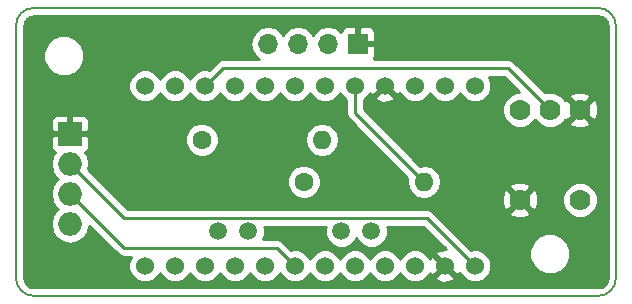
<source format=gbr>
%TF.GenerationSoftware,KiCad,Pcbnew,4.0.7*%
%TF.CreationDate,2018-07-03T14:37:38+02:00*%
%TF.ProjectId,pwmTOpwm,70776D544F70776D2E6B696361645F70,rev?*%
%TF.FileFunction,Copper,L2,Bot,Signal*%
%FSLAX46Y46*%
G04 Gerber Fmt 4.6, Leading zero omitted, Abs format (unit mm)*
G04 Created by KiCad (PCBNEW 4.0.7) date Tuesday, July 03, 2018 'PMt' 02:37:38 PM*
%MOMM*%
%LPD*%
G01*
G04 APERTURE LIST*
%ADD10C,0.100000*%
%ADD11C,0.150000*%
%ADD12C,1.524000*%
%ADD13C,1.500000*%
%ADD14C,1.600000*%
%ADD15O,1.600000X1.600000*%
%ADD16R,1.700000X1.700000*%
%ADD17O,1.700000X1.700000*%
%ADD18O,1.998980X1.998980*%
%ADD19R,1.998980X1.998980*%
%ADD20C,1.778000*%
%ADD21C,0.250000*%
%ADD22C,0.254000*%
G04 APERTURE END LIST*
D10*
D11*
X213360000Y-122428000D02*
X213360000Y-101092000D01*
X164084000Y-123952000D02*
X211836000Y-123952000D01*
X162560000Y-101092000D02*
X162560000Y-122428000D01*
X164084000Y-99568000D02*
X211836000Y-99568000D01*
X211836000Y-123952000D02*
G75*
G03X213360000Y-122428000I0J1524000D01*
G01*
X213360000Y-101092000D02*
G75*
G03X211836000Y-99568000I-1524000J0D01*
G01*
X164084000Y-99568000D02*
G75*
G03X162560000Y-101092000I0J-1524000D01*
G01*
X162560000Y-122428000D02*
G75*
G03X164084000Y-123952000I1524000J0D01*
G01*
D12*
X201422000Y-106172000D03*
X198882000Y-106172000D03*
X196342000Y-106172000D03*
X193802000Y-106172000D03*
X191262000Y-106172000D03*
X188722000Y-106172000D03*
X186182000Y-106172000D03*
X183642000Y-106172000D03*
X181102000Y-106172000D03*
X178562000Y-106172000D03*
X176022000Y-106172000D03*
X173482000Y-106172000D03*
X201422000Y-121412000D03*
X198882000Y-121412000D03*
X196342000Y-121412000D03*
X193802000Y-121412000D03*
X191262000Y-121412000D03*
X188722000Y-121412000D03*
X186182000Y-121412000D03*
X183642000Y-121412000D03*
X181102000Y-121412000D03*
X178562000Y-121412000D03*
X176022000Y-121412000D03*
X173482000Y-121412000D03*
D13*
X192659000Y-118491000D03*
X190119000Y-118491000D03*
X182245000Y-118491000D03*
X179705000Y-118491000D03*
D14*
X186944000Y-114300000D03*
D15*
X197104000Y-114300000D03*
D16*
X191516000Y-102616000D03*
D17*
X188976000Y-102616000D03*
X186436000Y-102616000D03*
X183896000Y-102616000D03*
D18*
X167132000Y-117856000D03*
D19*
X167132000Y-110236000D03*
D18*
X167132000Y-112776000D03*
X167132000Y-115316000D03*
D14*
X178308000Y-110744000D03*
D15*
X188468000Y-110744000D03*
D20*
X210312000Y-115824000D03*
X205232000Y-115824000D03*
X205232000Y-108204000D03*
X207772000Y-108204000D03*
X210312000Y-108204000D03*
D21*
X167132000Y-112776000D02*
X171704000Y-117348000D01*
X197358000Y-117348000D02*
X201422000Y-121412000D01*
X171704000Y-117348000D02*
X197358000Y-117348000D01*
X167132000Y-115316000D02*
X171704000Y-119888000D01*
X184658000Y-119888000D02*
X186182000Y-121412000D01*
X171704000Y-119888000D02*
X184658000Y-119888000D01*
X197104000Y-114300000D02*
X191262000Y-108458000D01*
X191262000Y-108458000D02*
X191262000Y-106172000D01*
X178562000Y-106172000D02*
X180086000Y-104648000D01*
X204216000Y-104648000D02*
X207772000Y-108204000D01*
X180086000Y-104648000D02*
X204216000Y-104648000D01*
D22*
G36*
X212142182Y-100352814D02*
X212401749Y-100526250D01*
X212575188Y-100785820D01*
X212650000Y-101161927D01*
X212650000Y-122358073D01*
X212575188Y-122734180D01*
X212401749Y-122993750D01*
X212142182Y-123167186D01*
X211766073Y-123242000D01*
X164153927Y-123242000D01*
X163777820Y-123167188D01*
X163518250Y-122993749D01*
X163344814Y-122734182D01*
X163270000Y-122358073D01*
X163270000Y-110521750D01*
X165497510Y-110521750D01*
X165497510Y-111361799D01*
X165594183Y-111595188D01*
X165772811Y-111773817D01*
X165835013Y-111799582D01*
X165621928Y-112118486D01*
X165497510Y-112743978D01*
X165497510Y-112808022D01*
X165621928Y-113433514D01*
X165976241Y-113963781D01*
X166099290Y-114046000D01*
X165976241Y-114128219D01*
X165621928Y-114658486D01*
X165497510Y-115283978D01*
X165497510Y-115348022D01*
X165621928Y-115973514D01*
X165976241Y-116503781D01*
X166099290Y-116586000D01*
X165976241Y-116668219D01*
X165621928Y-117198486D01*
X165497510Y-117823978D01*
X165497510Y-117888022D01*
X165621928Y-118513514D01*
X165976241Y-119043781D01*
X166506508Y-119398094D01*
X167132000Y-119522512D01*
X167757492Y-119398094D01*
X168287759Y-119043781D01*
X168642072Y-118513514D01*
X168743715Y-118002517D01*
X171166599Y-120425401D01*
X171413160Y-120590148D01*
X171461414Y-120599746D01*
X171704000Y-120648000D01*
X172286591Y-120648000D01*
X172085243Y-121132900D01*
X172084758Y-121688661D01*
X172296990Y-122202303D01*
X172689630Y-122595629D01*
X173202900Y-122808757D01*
X173758661Y-122809242D01*
X174272303Y-122597010D01*
X174665629Y-122204370D01*
X174751949Y-121996488D01*
X174836990Y-122202303D01*
X175229630Y-122595629D01*
X175742900Y-122808757D01*
X176298661Y-122809242D01*
X176812303Y-122597010D01*
X177205629Y-122204370D01*
X177291949Y-121996488D01*
X177376990Y-122202303D01*
X177769630Y-122595629D01*
X178282900Y-122808757D01*
X178838661Y-122809242D01*
X179352303Y-122597010D01*
X179745629Y-122204370D01*
X179831949Y-121996488D01*
X179916990Y-122202303D01*
X180309630Y-122595629D01*
X180822900Y-122808757D01*
X181378661Y-122809242D01*
X181892303Y-122597010D01*
X182285629Y-122204370D01*
X182371949Y-121996488D01*
X182456990Y-122202303D01*
X182849630Y-122595629D01*
X183362900Y-122808757D01*
X183918661Y-122809242D01*
X184432303Y-122597010D01*
X184825629Y-122204370D01*
X184911949Y-121996488D01*
X184996990Y-122202303D01*
X185389630Y-122595629D01*
X185902900Y-122808757D01*
X186458661Y-122809242D01*
X186972303Y-122597010D01*
X187365629Y-122204370D01*
X187451949Y-121996488D01*
X187536990Y-122202303D01*
X187929630Y-122595629D01*
X188442900Y-122808757D01*
X188998661Y-122809242D01*
X189512303Y-122597010D01*
X189905629Y-122204370D01*
X189991949Y-121996488D01*
X190076990Y-122202303D01*
X190469630Y-122595629D01*
X190982900Y-122808757D01*
X191538661Y-122809242D01*
X192052303Y-122597010D01*
X192445629Y-122204370D01*
X192531949Y-121996488D01*
X192616990Y-122202303D01*
X193009630Y-122595629D01*
X193522900Y-122808757D01*
X194078661Y-122809242D01*
X194592303Y-122597010D01*
X194985629Y-122204370D01*
X195071949Y-121996488D01*
X195156990Y-122202303D01*
X195549630Y-122595629D01*
X196062900Y-122808757D01*
X196618661Y-122809242D01*
X197132303Y-122597010D01*
X197337457Y-122392213D01*
X198081392Y-122392213D01*
X198150857Y-122634397D01*
X198674302Y-122821144D01*
X199229368Y-122793362D01*
X199613143Y-122634397D01*
X199682608Y-122392213D01*
X198882000Y-121591605D01*
X198081392Y-122392213D01*
X197337457Y-122392213D01*
X197525629Y-122204370D01*
X197605395Y-122012273D01*
X197659603Y-122143143D01*
X197901787Y-122212608D01*
X198702395Y-121412000D01*
X197901787Y-120611392D01*
X197659603Y-120680857D01*
X197609491Y-120821318D01*
X197527010Y-120621697D01*
X197134370Y-120228371D01*
X196621100Y-120015243D01*
X196065339Y-120014758D01*
X195551697Y-120226990D01*
X195158371Y-120619630D01*
X195072051Y-120827512D01*
X194987010Y-120621697D01*
X194594370Y-120228371D01*
X194081100Y-120015243D01*
X193525339Y-120014758D01*
X193011697Y-120226990D01*
X192618371Y-120619630D01*
X192532051Y-120827512D01*
X192447010Y-120621697D01*
X192054370Y-120228371D01*
X191541100Y-120015243D01*
X190985339Y-120014758D01*
X190471697Y-120226990D01*
X190078371Y-120619630D01*
X189992051Y-120827512D01*
X189907010Y-120621697D01*
X189514370Y-120228371D01*
X189001100Y-120015243D01*
X188445339Y-120014758D01*
X187931697Y-120226990D01*
X187538371Y-120619630D01*
X187452051Y-120827512D01*
X187367010Y-120621697D01*
X186974370Y-120228371D01*
X186461100Y-120015243D01*
X185905339Y-120014758D01*
X185872945Y-120028143D01*
X185195401Y-119350599D01*
X184948839Y-119185852D01*
X184658000Y-119128000D01*
X183480150Y-119128000D01*
X183629759Y-118767702D01*
X183630240Y-118216715D01*
X183585320Y-118108000D01*
X188778380Y-118108000D01*
X188734241Y-118214298D01*
X188733760Y-118765285D01*
X188944169Y-119274515D01*
X189333436Y-119664461D01*
X189842298Y-119875759D01*
X190393285Y-119876240D01*
X190902515Y-119665831D01*
X191292461Y-119276564D01*
X191388976Y-119044130D01*
X191484169Y-119274515D01*
X191873436Y-119664461D01*
X192382298Y-119875759D01*
X192933285Y-119876240D01*
X193442515Y-119665831D01*
X193832461Y-119276564D01*
X194043759Y-118767702D01*
X194044240Y-118216715D01*
X193999320Y-118108000D01*
X197043198Y-118108000D01*
X198945282Y-120010084D01*
X198534632Y-120030638D01*
X198150857Y-120189603D01*
X198081392Y-120431787D01*
X198882000Y-121232395D01*
X198896143Y-121218253D01*
X199075748Y-121397858D01*
X199061605Y-121412000D01*
X199862213Y-122212608D01*
X200104397Y-122143143D01*
X200154509Y-122002682D01*
X200236990Y-122202303D01*
X200629630Y-122595629D01*
X201142900Y-122808757D01*
X201698661Y-122809242D01*
X202212303Y-122597010D01*
X202605629Y-122204370D01*
X202818757Y-121691100D01*
X202819242Y-121135339D01*
X202655726Y-120739599D01*
X206036699Y-120739599D01*
X206300281Y-121377515D01*
X206787918Y-121866004D01*
X207425373Y-122130699D01*
X208115599Y-122131301D01*
X208753515Y-121867719D01*
X209242004Y-121380082D01*
X209506699Y-120742627D01*
X209507301Y-120052401D01*
X209243719Y-119414485D01*
X208756082Y-118925996D01*
X208118627Y-118661301D01*
X207428401Y-118660699D01*
X206790485Y-118924281D01*
X206301996Y-119411918D01*
X206037301Y-120049373D01*
X206036699Y-120739599D01*
X202655726Y-120739599D01*
X202607010Y-120621697D01*
X202214370Y-120228371D01*
X201701100Y-120015243D01*
X201145339Y-120014758D01*
X201112945Y-120028143D01*
X197980998Y-116896196D01*
X204339409Y-116896196D01*
X204424467Y-117151539D01*
X204993965Y-117359516D01*
X205599700Y-117333723D01*
X206039533Y-117151539D01*
X206124591Y-116896196D01*
X205232000Y-116003605D01*
X204339409Y-116896196D01*
X197980998Y-116896196D01*
X197895401Y-116810599D01*
X197648839Y-116645852D01*
X197358000Y-116588000D01*
X172018802Y-116588000D01*
X170014989Y-114584187D01*
X185508752Y-114584187D01*
X185726757Y-115111800D01*
X186130077Y-115515824D01*
X186657309Y-115734750D01*
X187228187Y-115735248D01*
X187755800Y-115517243D01*
X188159824Y-115113923D01*
X188378750Y-114586691D01*
X188379248Y-114015813D01*
X188161243Y-113488200D01*
X187757923Y-113084176D01*
X187230691Y-112865250D01*
X186659813Y-112864752D01*
X186132200Y-113082757D01*
X185728176Y-113486077D01*
X185509250Y-114013309D01*
X185508752Y-114584187D01*
X170014989Y-114584187D01*
X168678945Y-113248143D01*
X168766490Y-112808022D01*
X168766490Y-112743978D01*
X168642072Y-112118486D01*
X168428987Y-111799582D01*
X168491189Y-111773817D01*
X168669817Y-111595188D01*
X168766490Y-111361799D01*
X168766490Y-111028187D01*
X176872752Y-111028187D01*
X177090757Y-111555800D01*
X177494077Y-111959824D01*
X178021309Y-112178750D01*
X178592187Y-112179248D01*
X179119800Y-111961243D01*
X179523824Y-111557923D01*
X179742750Y-111030691D01*
X179743000Y-110744000D01*
X187004887Y-110744000D01*
X187114120Y-111293151D01*
X187425189Y-111758698D01*
X187890736Y-112069767D01*
X188439887Y-112179000D01*
X188496113Y-112179000D01*
X189045264Y-112069767D01*
X189510811Y-111758698D01*
X189821880Y-111293151D01*
X189931113Y-110744000D01*
X189821880Y-110194849D01*
X189510811Y-109729302D01*
X189045264Y-109418233D01*
X188496113Y-109309000D01*
X188439887Y-109309000D01*
X187890736Y-109418233D01*
X187425189Y-109729302D01*
X187114120Y-110194849D01*
X187004887Y-110744000D01*
X179743000Y-110744000D01*
X179743248Y-110459813D01*
X179525243Y-109932200D01*
X179121923Y-109528176D01*
X178594691Y-109309250D01*
X178023813Y-109308752D01*
X177496200Y-109526757D01*
X177092176Y-109930077D01*
X176873250Y-110457309D01*
X176872752Y-111028187D01*
X168766490Y-111028187D01*
X168766490Y-110521750D01*
X168607740Y-110363000D01*
X167259000Y-110363000D01*
X167259000Y-110383000D01*
X167005000Y-110383000D01*
X167005000Y-110363000D01*
X165656260Y-110363000D01*
X165497510Y-110521750D01*
X163270000Y-110521750D01*
X163270000Y-109110201D01*
X165497510Y-109110201D01*
X165497510Y-109950250D01*
X165656260Y-110109000D01*
X167005000Y-110109000D01*
X167005000Y-108760260D01*
X167259000Y-108760260D01*
X167259000Y-110109000D01*
X168607740Y-110109000D01*
X168766490Y-109950250D01*
X168766490Y-109110201D01*
X168669817Y-108876812D01*
X168491189Y-108698183D01*
X168257800Y-108601510D01*
X167417750Y-108601510D01*
X167259000Y-108760260D01*
X167005000Y-108760260D01*
X166846250Y-108601510D01*
X166006200Y-108601510D01*
X165772811Y-108698183D01*
X165594183Y-108876812D01*
X165497510Y-109110201D01*
X163270000Y-109110201D01*
X163270000Y-106448661D01*
X172084758Y-106448661D01*
X172296990Y-106962303D01*
X172689630Y-107355629D01*
X173202900Y-107568757D01*
X173758661Y-107569242D01*
X174272303Y-107357010D01*
X174665629Y-106964370D01*
X174751949Y-106756488D01*
X174836990Y-106962303D01*
X175229630Y-107355629D01*
X175742900Y-107568757D01*
X176298661Y-107569242D01*
X176812303Y-107357010D01*
X177205629Y-106964370D01*
X177291949Y-106756488D01*
X177376990Y-106962303D01*
X177769630Y-107355629D01*
X178282900Y-107568757D01*
X178838661Y-107569242D01*
X179352303Y-107357010D01*
X179745629Y-106964370D01*
X179831949Y-106756488D01*
X179916990Y-106962303D01*
X180309630Y-107355629D01*
X180822900Y-107568757D01*
X181378661Y-107569242D01*
X181892303Y-107357010D01*
X182285629Y-106964370D01*
X182371949Y-106756488D01*
X182456990Y-106962303D01*
X182849630Y-107355629D01*
X183362900Y-107568757D01*
X183918661Y-107569242D01*
X184432303Y-107357010D01*
X184825629Y-106964370D01*
X184911949Y-106756488D01*
X184996990Y-106962303D01*
X185389630Y-107355629D01*
X185902900Y-107568757D01*
X186458661Y-107569242D01*
X186972303Y-107357010D01*
X187365629Y-106964370D01*
X187451949Y-106756488D01*
X187536990Y-106962303D01*
X187929630Y-107355629D01*
X188442900Y-107568757D01*
X188998661Y-107569242D01*
X189512303Y-107357010D01*
X189905629Y-106964370D01*
X189991949Y-106756488D01*
X190076990Y-106962303D01*
X190469630Y-107355629D01*
X190502000Y-107369070D01*
X190502000Y-108458000D01*
X190559852Y-108748839D01*
X190724599Y-108995401D01*
X195705312Y-113976114D01*
X195640887Y-114300000D01*
X195750120Y-114849151D01*
X196061189Y-115314698D01*
X196526736Y-115625767D01*
X197075887Y-115735000D01*
X197132113Y-115735000D01*
X197681264Y-115625767D01*
X197740831Y-115585965D01*
X203696484Y-115585965D01*
X203722277Y-116191700D01*
X203904461Y-116631533D01*
X204159804Y-116716591D01*
X205052395Y-115824000D01*
X205411605Y-115824000D01*
X206304196Y-116716591D01*
X206559539Y-116631533D01*
X206744225Y-116125812D01*
X208787736Y-116125812D01*
X209019262Y-116686149D01*
X209447596Y-117115231D01*
X210007528Y-117347735D01*
X210613812Y-117348264D01*
X211174149Y-117116738D01*
X211603231Y-116688404D01*
X211835735Y-116128472D01*
X211836264Y-115522188D01*
X211604738Y-114961851D01*
X211176404Y-114532769D01*
X210616472Y-114300265D01*
X210010188Y-114299736D01*
X209449851Y-114531262D01*
X209020769Y-114959596D01*
X208788265Y-115519528D01*
X208787736Y-116125812D01*
X206744225Y-116125812D01*
X206767516Y-116062035D01*
X206741723Y-115456300D01*
X206559539Y-115016467D01*
X206304196Y-114931409D01*
X205411605Y-115824000D01*
X205052395Y-115824000D01*
X204159804Y-114931409D01*
X203904461Y-115016467D01*
X203696484Y-115585965D01*
X197740831Y-115585965D01*
X198146811Y-115314698D01*
X198457880Y-114849151D01*
X198477243Y-114751804D01*
X204339409Y-114751804D01*
X205232000Y-115644395D01*
X206124591Y-114751804D01*
X206039533Y-114496461D01*
X205470035Y-114288484D01*
X204864300Y-114314277D01*
X204424467Y-114496461D01*
X204339409Y-114751804D01*
X198477243Y-114751804D01*
X198567113Y-114300000D01*
X198457880Y-113750849D01*
X198146811Y-113285302D01*
X197681264Y-112974233D01*
X197132113Y-112865000D01*
X197075887Y-112865000D01*
X196798898Y-112920096D01*
X192022000Y-108143198D01*
X192022000Y-107369531D01*
X192052303Y-107357010D01*
X192257457Y-107152213D01*
X193001392Y-107152213D01*
X193070857Y-107394397D01*
X193594302Y-107581144D01*
X194149368Y-107553362D01*
X194533143Y-107394397D01*
X194602608Y-107152213D01*
X193802000Y-106351605D01*
X193001392Y-107152213D01*
X192257457Y-107152213D01*
X192445629Y-106964370D01*
X192525395Y-106772273D01*
X192579603Y-106903143D01*
X192821787Y-106972608D01*
X193622395Y-106172000D01*
X193608253Y-106157858D01*
X193787858Y-105978253D01*
X193802000Y-105992395D01*
X193816143Y-105978253D01*
X193995748Y-106157858D01*
X193981605Y-106172000D01*
X194782213Y-106972608D01*
X195024397Y-106903143D01*
X195074509Y-106762682D01*
X195156990Y-106962303D01*
X195549630Y-107355629D01*
X196062900Y-107568757D01*
X196618661Y-107569242D01*
X197132303Y-107357010D01*
X197525629Y-106964370D01*
X197611949Y-106756488D01*
X197696990Y-106962303D01*
X198089630Y-107355629D01*
X198602900Y-107568757D01*
X199158661Y-107569242D01*
X199672303Y-107357010D01*
X200065629Y-106964370D01*
X200151949Y-106756488D01*
X200236990Y-106962303D01*
X200629630Y-107355629D01*
X201142900Y-107568757D01*
X201698661Y-107569242D01*
X202212303Y-107357010D01*
X202605629Y-106964370D01*
X202818757Y-106451100D01*
X202819242Y-105895339D01*
X202617878Y-105408000D01*
X203901198Y-105408000D01*
X205173146Y-106679948D01*
X204930188Y-106679736D01*
X204369851Y-106911262D01*
X203940769Y-107339596D01*
X203708265Y-107899528D01*
X203707736Y-108505812D01*
X203939262Y-109066149D01*
X204367596Y-109495231D01*
X204927528Y-109727735D01*
X205533812Y-109728264D01*
X206094149Y-109496738D01*
X206502336Y-109089263D01*
X206907596Y-109495231D01*
X207467528Y-109727735D01*
X208073812Y-109728264D01*
X208634149Y-109496738D01*
X208855076Y-109276196D01*
X209419409Y-109276196D01*
X209504467Y-109531539D01*
X210073965Y-109739516D01*
X210679700Y-109713723D01*
X211119533Y-109531539D01*
X211204591Y-109276196D01*
X210312000Y-108383605D01*
X209419409Y-109276196D01*
X208855076Y-109276196D01*
X209063231Y-109068404D01*
X209074405Y-109041494D01*
X209239804Y-109096591D01*
X210132395Y-108204000D01*
X210491605Y-108204000D01*
X211384196Y-109096591D01*
X211639539Y-109011533D01*
X211847516Y-108442035D01*
X211821723Y-107836300D01*
X211639539Y-107396467D01*
X211384196Y-107311409D01*
X210491605Y-108204000D01*
X210132395Y-108204000D01*
X209239804Y-107311409D01*
X209074862Y-107366353D01*
X209064738Y-107341851D01*
X208855058Y-107131804D01*
X209419409Y-107131804D01*
X210312000Y-108024395D01*
X211204591Y-107131804D01*
X211119533Y-106876461D01*
X210550035Y-106668484D01*
X209944300Y-106694277D01*
X209504467Y-106876461D01*
X209419409Y-107131804D01*
X208855058Y-107131804D01*
X208636404Y-106912769D01*
X208076472Y-106680265D01*
X207470188Y-106679736D01*
X207365708Y-106722906D01*
X204753401Y-104110599D01*
X204506839Y-103945852D01*
X204216000Y-103888000D01*
X192842025Y-103888000D01*
X192904327Y-103825698D01*
X193001000Y-103592309D01*
X193001000Y-102901750D01*
X192842250Y-102743000D01*
X191643000Y-102743000D01*
X191643000Y-102763000D01*
X191389000Y-102763000D01*
X191389000Y-102743000D01*
X191369000Y-102743000D01*
X191369000Y-102489000D01*
X191389000Y-102489000D01*
X191389000Y-101289750D01*
X191643000Y-101289750D01*
X191643000Y-102489000D01*
X192842250Y-102489000D01*
X193001000Y-102330250D01*
X193001000Y-101639691D01*
X192904327Y-101406302D01*
X192725699Y-101227673D01*
X192492310Y-101131000D01*
X191801750Y-101131000D01*
X191643000Y-101289750D01*
X191389000Y-101289750D01*
X191230250Y-101131000D01*
X190539690Y-101131000D01*
X190306301Y-101227673D01*
X190127673Y-101406302D01*
X190055403Y-101580777D01*
X190026054Y-101536853D01*
X189544285Y-101214946D01*
X188976000Y-101101907D01*
X188407715Y-101214946D01*
X187925946Y-101536853D01*
X187706000Y-101866026D01*
X187486054Y-101536853D01*
X187004285Y-101214946D01*
X186436000Y-101101907D01*
X185867715Y-101214946D01*
X185385946Y-101536853D01*
X185166000Y-101866026D01*
X184946054Y-101536853D01*
X184464285Y-101214946D01*
X183896000Y-101101907D01*
X183327715Y-101214946D01*
X182845946Y-101536853D01*
X182524039Y-102018622D01*
X182411000Y-102586907D01*
X182411000Y-102645093D01*
X182524039Y-103213378D01*
X182845946Y-103695147D01*
X183134572Y-103888000D01*
X180086000Y-103888000D01*
X179843414Y-103936254D01*
X179795160Y-103945852D01*
X179548599Y-104110599D01*
X178871381Y-104787817D01*
X178841100Y-104775243D01*
X178285339Y-104774758D01*
X177771697Y-104986990D01*
X177378371Y-105379630D01*
X177292051Y-105587512D01*
X177207010Y-105381697D01*
X176814370Y-104988371D01*
X176301100Y-104775243D01*
X175745339Y-104774758D01*
X175231697Y-104986990D01*
X174838371Y-105379630D01*
X174752051Y-105587512D01*
X174667010Y-105381697D01*
X174274370Y-104988371D01*
X173761100Y-104775243D01*
X173205339Y-104774758D01*
X172691697Y-104986990D01*
X172298371Y-105379630D01*
X172085243Y-105892900D01*
X172084758Y-106448661D01*
X163270000Y-106448661D01*
X163270000Y-103975599D01*
X164888699Y-103975599D01*
X165152281Y-104613515D01*
X165639918Y-105102004D01*
X166277373Y-105366699D01*
X166967599Y-105367301D01*
X167605515Y-105103719D01*
X168094004Y-104616082D01*
X168358699Y-103978627D01*
X168359301Y-103288401D01*
X168095719Y-102650485D01*
X167608082Y-102161996D01*
X166970627Y-101897301D01*
X166280401Y-101896699D01*
X165642485Y-102160281D01*
X165153996Y-102647918D01*
X164889301Y-103285373D01*
X164888699Y-103975599D01*
X163270000Y-103975599D01*
X163270000Y-101161927D01*
X163344814Y-100785818D01*
X163518250Y-100526251D01*
X163777820Y-100352812D01*
X164153927Y-100278000D01*
X211766073Y-100278000D01*
X212142182Y-100352814D01*
X212142182Y-100352814D01*
G37*
X212142182Y-100352814D02*
X212401749Y-100526250D01*
X212575188Y-100785820D01*
X212650000Y-101161927D01*
X212650000Y-122358073D01*
X212575188Y-122734180D01*
X212401749Y-122993750D01*
X212142182Y-123167186D01*
X211766073Y-123242000D01*
X164153927Y-123242000D01*
X163777820Y-123167188D01*
X163518250Y-122993749D01*
X163344814Y-122734182D01*
X163270000Y-122358073D01*
X163270000Y-110521750D01*
X165497510Y-110521750D01*
X165497510Y-111361799D01*
X165594183Y-111595188D01*
X165772811Y-111773817D01*
X165835013Y-111799582D01*
X165621928Y-112118486D01*
X165497510Y-112743978D01*
X165497510Y-112808022D01*
X165621928Y-113433514D01*
X165976241Y-113963781D01*
X166099290Y-114046000D01*
X165976241Y-114128219D01*
X165621928Y-114658486D01*
X165497510Y-115283978D01*
X165497510Y-115348022D01*
X165621928Y-115973514D01*
X165976241Y-116503781D01*
X166099290Y-116586000D01*
X165976241Y-116668219D01*
X165621928Y-117198486D01*
X165497510Y-117823978D01*
X165497510Y-117888022D01*
X165621928Y-118513514D01*
X165976241Y-119043781D01*
X166506508Y-119398094D01*
X167132000Y-119522512D01*
X167757492Y-119398094D01*
X168287759Y-119043781D01*
X168642072Y-118513514D01*
X168743715Y-118002517D01*
X171166599Y-120425401D01*
X171413160Y-120590148D01*
X171461414Y-120599746D01*
X171704000Y-120648000D01*
X172286591Y-120648000D01*
X172085243Y-121132900D01*
X172084758Y-121688661D01*
X172296990Y-122202303D01*
X172689630Y-122595629D01*
X173202900Y-122808757D01*
X173758661Y-122809242D01*
X174272303Y-122597010D01*
X174665629Y-122204370D01*
X174751949Y-121996488D01*
X174836990Y-122202303D01*
X175229630Y-122595629D01*
X175742900Y-122808757D01*
X176298661Y-122809242D01*
X176812303Y-122597010D01*
X177205629Y-122204370D01*
X177291949Y-121996488D01*
X177376990Y-122202303D01*
X177769630Y-122595629D01*
X178282900Y-122808757D01*
X178838661Y-122809242D01*
X179352303Y-122597010D01*
X179745629Y-122204370D01*
X179831949Y-121996488D01*
X179916990Y-122202303D01*
X180309630Y-122595629D01*
X180822900Y-122808757D01*
X181378661Y-122809242D01*
X181892303Y-122597010D01*
X182285629Y-122204370D01*
X182371949Y-121996488D01*
X182456990Y-122202303D01*
X182849630Y-122595629D01*
X183362900Y-122808757D01*
X183918661Y-122809242D01*
X184432303Y-122597010D01*
X184825629Y-122204370D01*
X184911949Y-121996488D01*
X184996990Y-122202303D01*
X185389630Y-122595629D01*
X185902900Y-122808757D01*
X186458661Y-122809242D01*
X186972303Y-122597010D01*
X187365629Y-122204370D01*
X187451949Y-121996488D01*
X187536990Y-122202303D01*
X187929630Y-122595629D01*
X188442900Y-122808757D01*
X188998661Y-122809242D01*
X189512303Y-122597010D01*
X189905629Y-122204370D01*
X189991949Y-121996488D01*
X190076990Y-122202303D01*
X190469630Y-122595629D01*
X190982900Y-122808757D01*
X191538661Y-122809242D01*
X192052303Y-122597010D01*
X192445629Y-122204370D01*
X192531949Y-121996488D01*
X192616990Y-122202303D01*
X193009630Y-122595629D01*
X193522900Y-122808757D01*
X194078661Y-122809242D01*
X194592303Y-122597010D01*
X194985629Y-122204370D01*
X195071949Y-121996488D01*
X195156990Y-122202303D01*
X195549630Y-122595629D01*
X196062900Y-122808757D01*
X196618661Y-122809242D01*
X197132303Y-122597010D01*
X197337457Y-122392213D01*
X198081392Y-122392213D01*
X198150857Y-122634397D01*
X198674302Y-122821144D01*
X199229368Y-122793362D01*
X199613143Y-122634397D01*
X199682608Y-122392213D01*
X198882000Y-121591605D01*
X198081392Y-122392213D01*
X197337457Y-122392213D01*
X197525629Y-122204370D01*
X197605395Y-122012273D01*
X197659603Y-122143143D01*
X197901787Y-122212608D01*
X198702395Y-121412000D01*
X197901787Y-120611392D01*
X197659603Y-120680857D01*
X197609491Y-120821318D01*
X197527010Y-120621697D01*
X197134370Y-120228371D01*
X196621100Y-120015243D01*
X196065339Y-120014758D01*
X195551697Y-120226990D01*
X195158371Y-120619630D01*
X195072051Y-120827512D01*
X194987010Y-120621697D01*
X194594370Y-120228371D01*
X194081100Y-120015243D01*
X193525339Y-120014758D01*
X193011697Y-120226990D01*
X192618371Y-120619630D01*
X192532051Y-120827512D01*
X192447010Y-120621697D01*
X192054370Y-120228371D01*
X191541100Y-120015243D01*
X190985339Y-120014758D01*
X190471697Y-120226990D01*
X190078371Y-120619630D01*
X189992051Y-120827512D01*
X189907010Y-120621697D01*
X189514370Y-120228371D01*
X189001100Y-120015243D01*
X188445339Y-120014758D01*
X187931697Y-120226990D01*
X187538371Y-120619630D01*
X187452051Y-120827512D01*
X187367010Y-120621697D01*
X186974370Y-120228371D01*
X186461100Y-120015243D01*
X185905339Y-120014758D01*
X185872945Y-120028143D01*
X185195401Y-119350599D01*
X184948839Y-119185852D01*
X184658000Y-119128000D01*
X183480150Y-119128000D01*
X183629759Y-118767702D01*
X183630240Y-118216715D01*
X183585320Y-118108000D01*
X188778380Y-118108000D01*
X188734241Y-118214298D01*
X188733760Y-118765285D01*
X188944169Y-119274515D01*
X189333436Y-119664461D01*
X189842298Y-119875759D01*
X190393285Y-119876240D01*
X190902515Y-119665831D01*
X191292461Y-119276564D01*
X191388976Y-119044130D01*
X191484169Y-119274515D01*
X191873436Y-119664461D01*
X192382298Y-119875759D01*
X192933285Y-119876240D01*
X193442515Y-119665831D01*
X193832461Y-119276564D01*
X194043759Y-118767702D01*
X194044240Y-118216715D01*
X193999320Y-118108000D01*
X197043198Y-118108000D01*
X198945282Y-120010084D01*
X198534632Y-120030638D01*
X198150857Y-120189603D01*
X198081392Y-120431787D01*
X198882000Y-121232395D01*
X198896143Y-121218253D01*
X199075748Y-121397858D01*
X199061605Y-121412000D01*
X199862213Y-122212608D01*
X200104397Y-122143143D01*
X200154509Y-122002682D01*
X200236990Y-122202303D01*
X200629630Y-122595629D01*
X201142900Y-122808757D01*
X201698661Y-122809242D01*
X202212303Y-122597010D01*
X202605629Y-122204370D01*
X202818757Y-121691100D01*
X202819242Y-121135339D01*
X202655726Y-120739599D01*
X206036699Y-120739599D01*
X206300281Y-121377515D01*
X206787918Y-121866004D01*
X207425373Y-122130699D01*
X208115599Y-122131301D01*
X208753515Y-121867719D01*
X209242004Y-121380082D01*
X209506699Y-120742627D01*
X209507301Y-120052401D01*
X209243719Y-119414485D01*
X208756082Y-118925996D01*
X208118627Y-118661301D01*
X207428401Y-118660699D01*
X206790485Y-118924281D01*
X206301996Y-119411918D01*
X206037301Y-120049373D01*
X206036699Y-120739599D01*
X202655726Y-120739599D01*
X202607010Y-120621697D01*
X202214370Y-120228371D01*
X201701100Y-120015243D01*
X201145339Y-120014758D01*
X201112945Y-120028143D01*
X197980998Y-116896196D01*
X204339409Y-116896196D01*
X204424467Y-117151539D01*
X204993965Y-117359516D01*
X205599700Y-117333723D01*
X206039533Y-117151539D01*
X206124591Y-116896196D01*
X205232000Y-116003605D01*
X204339409Y-116896196D01*
X197980998Y-116896196D01*
X197895401Y-116810599D01*
X197648839Y-116645852D01*
X197358000Y-116588000D01*
X172018802Y-116588000D01*
X170014989Y-114584187D01*
X185508752Y-114584187D01*
X185726757Y-115111800D01*
X186130077Y-115515824D01*
X186657309Y-115734750D01*
X187228187Y-115735248D01*
X187755800Y-115517243D01*
X188159824Y-115113923D01*
X188378750Y-114586691D01*
X188379248Y-114015813D01*
X188161243Y-113488200D01*
X187757923Y-113084176D01*
X187230691Y-112865250D01*
X186659813Y-112864752D01*
X186132200Y-113082757D01*
X185728176Y-113486077D01*
X185509250Y-114013309D01*
X185508752Y-114584187D01*
X170014989Y-114584187D01*
X168678945Y-113248143D01*
X168766490Y-112808022D01*
X168766490Y-112743978D01*
X168642072Y-112118486D01*
X168428987Y-111799582D01*
X168491189Y-111773817D01*
X168669817Y-111595188D01*
X168766490Y-111361799D01*
X168766490Y-111028187D01*
X176872752Y-111028187D01*
X177090757Y-111555800D01*
X177494077Y-111959824D01*
X178021309Y-112178750D01*
X178592187Y-112179248D01*
X179119800Y-111961243D01*
X179523824Y-111557923D01*
X179742750Y-111030691D01*
X179743000Y-110744000D01*
X187004887Y-110744000D01*
X187114120Y-111293151D01*
X187425189Y-111758698D01*
X187890736Y-112069767D01*
X188439887Y-112179000D01*
X188496113Y-112179000D01*
X189045264Y-112069767D01*
X189510811Y-111758698D01*
X189821880Y-111293151D01*
X189931113Y-110744000D01*
X189821880Y-110194849D01*
X189510811Y-109729302D01*
X189045264Y-109418233D01*
X188496113Y-109309000D01*
X188439887Y-109309000D01*
X187890736Y-109418233D01*
X187425189Y-109729302D01*
X187114120Y-110194849D01*
X187004887Y-110744000D01*
X179743000Y-110744000D01*
X179743248Y-110459813D01*
X179525243Y-109932200D01*
X179121923Y-109528176D01*
X178594691Y-109309250D01*
X178023813Y-109308752D01*
X177496200Y-109526757D01*
X177092176Y-109930077D01*
X176873250Y-110457309D01*
X176872752Y-111028187D01*
X168766490Y-111028187D01*
X168766490Y-110521750D01*
X168607740Y-110363000D01*
X167259000Y-110363000D01*
X167259000Y-110383000D01*
X167005000Y-110383000D01*
X167005000Y-110363000D01*
X165656260Y-110363000D01*
X165497510Y-110521750D01*
X163270000Y-110521750D01*
X163270000Y-109110201D01*
X165497510Y-109110201D01*
X165497510Y-109950250D01*
X165656260Y-110109000D01*
X167005000Y-110109000D01*
X167005000Y-108760260D01*
X167259000Y-108760260D01*
X167259000Y-110109000D01*
X168607740Y-110109000D01*
X168766490Y-109950250D01*
X168766490Y-109110201D01*
X168669817Y-108876812D01*
X168491189Y-108698183D01*
X168257800Y-108601510D01*
X167417750Y-108601510D01*
X167259000Y-108760260D01*
X167005000Y-108760260D01*
X166846250Y-108601510D01*
X166006200Y-108601510D01*
X165772811Y-108698183D01*
X165594183Y-108876812D01*
X165497510Y-109110201D01*
X163270000Y-109110201D01*
X163270000Y-106448661D01*
X172084758Y-106448661D01*
X172296990Y-106962303D01*
X172689630Y-107355629D01*
X173202900Y-107568757D01*
X173758661Y-107569242D01*
X174272303Y-107357010D01*
X174665629Y-106964370D01*
X174751949Y-106756488D01*
X174836990Y-106962303D01*
X175229630Y-107355629D01*
X175742900Y-107568757D01*
X176298661Y-107569242D01*
X176812303Y-107357010D01*
X177205629Y-106964370D01*
X177291949Y-106756488D01*
X177376990Y-106962303D01*
X177769630Y-107355629D01*
X178282900Y-107568757D01*
X178838661Y-107569242D01*
X179352303Y-107357010D01*
X179745629Y-106964370D01*
X179831949Y-106756488D01*
X179916990Y-106962303D01*
X180309630Y-107355629D01*
X180822900Y-107568757D01*
X181378661Y-107569242D01*
X181892303Y-107357010D01*
X182285629Y-106964370D01*
X182371949Y-106756488D01*
X182456990Y-106962303D01*
X182849630Y-107355629D01*
X183362900Y-107568757D01*
X183918661Y-107569242D01*
X184432303Y-107357010D01*
X184825629Y-106964370D01*
X184911949Y-106756488D01*
X184996990Y-106962303D01*
X185389630Y-107355629D01*
X185902900Y-107568757D01*
X186458661Y-107569242D01*
X186972303Y-107357010D01*
X187365629Y-106964370D01*
X187451949Y-106756488D01*
X187536990Y-106962303D01*
X187929630Y-107355629D01*
X188442900Y-107568757D01*
X188998661Y-107569242D01*
X189512303Y-107357010D01*
X189905629Y-106964370D01*
X189991949Y-106756488D01*
X190076990Y-106962303D01*
X190469630Y-107355629D01*
X190502000Y-107369070D01*
X190502000Y-108458000D01*
X190559852Y-108748839D01*
X190724599Y-108995401D01*
X195705312Y-113976114D01*
X195640887Y-114300000D01*
X195750120Y-114849151D01*
X196061189Y-115314698D01*
X196526736Y-115625767D01*
X197075887Y-115735000D01*
X197132113Y-115735000D01*
X197681264Y-115625767D01*
X197740831Y-115585965D01*
X203696484Y-115585965D01*
X203722277Y-116191700D01*
X203904461Y-116631533D01*
X204159804Y-116716591D01*
X205052395Y-115824000D01*
X205411605Y-115824000D01*
X206304196Y-116716591D01*
X206559539Y-116631533D01*
X206744225Y-116125812D01*
X208787736Y-116125812D01*
X209019262Y-116686149D01*
X209447596Y-117115231D01*
X210007528Y-117347735D01*
X210613812Y-117348264D01*
X211174149Y-117116738D01*
X211603231Y-116688404D01*
X211835735Y-116128472D01*
X211836264Y-115522188D01*
X211604738Y-114961851D01*
X211176404Y-114532769D01*
X210616472Y-114300265D01*
X210010188Y-114299736D01*
X209449851Y-114531262D01*
X209020769Y-114959596D01*
X208788265Y-115519528D01*
X208787736Y-116125812D01*
X206744225Y-116125812D01*
X206767516Y-116062035D01*
X206741723Y-115456300D01*
X206559539Y-115016467D01*
X206304196Y-114931409D01*
X205411605Y-115824000D01*
X205052395Y-115824000D01*
X204159804Y-114931409D01*
X203904461Y-115016467D01*
X203696484Y-115585965D01*
X197740831Y-115585965D01*
X198146811Y-115314698D01*
X198457880Y-114849151D01*
X198477243Y-114751804D01*
X204339409Y-114751804D01*
X205232000Y-115644395D01*
X206124591Y-114751804D01*
X206039533Y-114496461D01*
X205470035Y-114288484D01*
X204864300Y-114314277D01*
X204424467Y-114496461D01*
X204339409Y-114751804D01*
X198477243Y-114751804D01*
X198567113Y-114300000D01*
X198457880Y-113750849D01*
X198146811Y-113285302D01*
X197681264Y-112974233D01*
X197132113Y-112865000D01*
X197075887Y-112865000D01*
X196798898Y-112920096D01*
X192022000Y-108143198D01*
X192022000Y-107369531D01*
X192052303Y-107357010D01*
X192257457Y-107152213D01*
X193001392Y-107152213D01*
X193070857Y-107394397D01*
X193594302Y-107581144D01*
X194149368Y-107553362D01*
X194533143Y-107394397D01*
X194602608Y-107152213D01*
X193802000Y-106351605D01*
X193001392Y-107152213D01*
X192257457Y-107152213D01*
X192445629Y-106964370D01*
X192525395Y-106772273D01*
X192579603Y-106903143D01*
X192821787Y-106972608D01*
X193622395Y-106172000D01*
X193608253Y-106157858D01*
X193787858Y-105978253D01*
X193802000Y-105992395D01*
X193816143Y-105978253D01*
X193995748Y-106157858D01*
X193981605Y-106172000D01*
X194782213Y-106972608D01*
X195024397Y-106903143D01*
X195074509Y-106762682D01*
X195156990Y-106962303D01*
X195549630Y-107355629D01*
X196062900Y-107568757D01*
X196618661Y-107569242D01*
X197132303Y-107357010D01*
X197525629Y-106964370D01*
X197611949Y-106756488D01*
X197696990Y-106962303D01*
X198089630Y-107355629D01*
X198602900Y-107568757D01*
X199158661Y-107569242D01*
X199672303Y-107357010D01*
X200065629Y-106964370D01*
X200151949Y-106756488D01*
X200236990Y-106962303D01*
X200629630Y-107355629D01*
X201142900Y-107568757D01*
X201698661Y-107569242D01*
X202212303Y-107357010D01*
X202605629Y-106964370D01*
X202818757Y-106451100D01*
X202819242Y-105895339D01*
X202617878Y-105408000D01*
X203901198Y-105408000D01*
X205173146Y-106679948D01*
X204930188Y-106679736D01*
X204369851Y-106911262D01*
X203940769Y-107339596D01*
X203708265Y-107899528D01*
X203707736Y-108505812D01*
X203939262Y-109066149D01*
X204367596Y-109495231D01*
X204927528Y-109727735D01*
X205533812Y-109728264D01*
X206094149Y-109496738D01*
X206502336Y-109089263D01*
X206907596Y-109495231D01*
X207467528Y-109727735D01*
X208073812Y-109728264D01*
X208634149Y-109496738D01*
X208855076Y-109276196D01*
X209419409Y-109276196D01*
X209504467Y-109531539D01*
X210073965Y-109739516D01*
X210679700Y-109713723D01*
X211119533Y-109531539D01*
X211204591Y-109276196D01*
X210312000Y-108383605D01*
X209419409Y-109276196D01*
X208855076Y-109276196D01*
X209063231Y-109068404D01*
X209074405Y-109041494D01*
X209239804Y-109096591D01*
X210132395Y-108204000D01*
X210491605Y-108204000D01*
X211384196Y-109096591D01*
X211639539Y-109011533D01*
X211847516Y-108442035D01*
X211821723Y-107836300D01*
X211639539Y-107396467D01*
X211384196Y-107311409D01*
X210491605Y-108204000D01*
X210132395Y-108204000D01*
X209239804Y-107311409D01*
X209074862Y-107366353D01*
X209064738Y-107341851D01*
X208855058Y-107131804D01*
X209419409Y-107131804D01*
X210312000Y-108024395D01*
X211204591Y-107131804D01*
X211119533Y-106876461D01*
X210550035Y-106668484D01*
X209944300Y-106694277D01*
X209504467Y-106876461D01*
X209419409Y-107131804D01*
X208855058Y-107131804D01*
X208636404Y-106912769D01*
X208076472Y-106680265D01*
X207470188Y-106679736D01*
X207365708Y-106722906D01*
X204753401Y-104110599D01*
X204506839Y-103945852D01*
X204216000Y-103888000D01*
X192842025Y-103888000D01*
X192904327Y-103825698D01*
X193001000Y-103592309D01*
X193001000Y-102901750D01*
X192842250Y-102743000D01*
X191643000Y-102743000D01*
X191643000Y-102763000D01*
X191389000Y-102763000D01*
X191389000Y-102743000D01*
X191369000Y-102743000D01*
X191369000Y-102489000D01*
X191389000Y-102489000D01*
X191389000Y-101289750D01*
X191643000Y-101289750D01*
X191643000Y-102489000D01*
X192842250Y-102489000D01*
X193001000Y-102330250D01*
X193001000Y-101639691D01*
X192904327Y-101406302D01*
X192725699Y-101227673D01*
X192492310Y-101131000D01*
X191801750Y-101131000D01*
X191643000Y-101289750D01*
X191389000Y-101289750D01*
X191230250Y-101131000D01*
X190539690Y-101131000D01*
X190306301Y-101227673D01*
X190127673Y-101406302D01*
X190055403Y-101580777D01*
X190026054Y-101536853D01*
X189544285Y-101214946D01*
X188976000Y-101101907D01*
X188407715Y-101214946D01*
X187925946Y-101536853D01*
X187706000Y-101866026D01*
X187486054Y-101536853D01*
X187004285Y-101214946D01*
X186436000Y-101101907D01*
X185867715Y-101214946D01*
X185385946Y-101536853D01*
X185166000Y-101866026D01*
X184946054Y-101536853D01*
X184464285Y-101214946D01*
X183896000Y-101101907D01*
X183327715Y-101214946D01*
X182845946Y-101536853D01*
X182524039Y-102018622D01*
X182411000Y-102586907D01*
X182411000Y-102645093D01*
X182524039Y-103213378D01*
X182845946Y-103695147D01*
X183134572Y-103888000D01*
X180086000Y-103888000D01*
X179843414Y-103936254D01*
X179795160Y-103945852D01*
X179548599Y-104110599D01*
X178871381Y-104787817D01*
X178841100Y-104775243D01*
X178285339Y-104774758D01*
X177771697Y-104986990D01*
X177378371Y-105379630D01*
X177292051Y-105587512D01*
X177207010Y-105381697D01*
X176814370Y-104988371D01*
X176301100Y-104775243D01*
X175745339Y-104774758D01*
X175231697Y-104986990D01*
X174838371Y-105379630D01*
X174752051Y-105587512D01*
X174667010Y-105381697D01*
X174274370Y-104988371D01*
X173761100Y-104775243D01*
X173205339Y-104774758D01*
X172691697Y-104986990D01*
X172298371Y-105379630D01*
X172085243Y-105892900D01*
X172084758Y-106448661D01*
X163270000Y-106448661D01*
X163270000Y-103975599D01*
X164888699Y-103975599D01*
X165152281Y-104613515D01*
X165639918Y-105102004D01*
X166277373Y-105366699D01*
X166967599Y-105367301D01*
X167605515Y-105103719D01*
X168094004Y-104616082D01*
X168358699Y-103978627D01*
X168359301Y-103288401D01*
X168095719Y-102650485D01*
X167608082Y-102161996D01*
X166970627Y-101897301D01*
X166280401Y-101896699D01*
X165642485Y-102160281D01*
X165153996Y-102647918D01*
X164889301Y-103285373D01*
X164888699Y-103975599D01*
X163270000Y-103975599D01*
X163270000Y-101161927D01*
X163344814Y-100785818D01*
X163518250Y-100526251D01*
X163777820Y-100352812D01*
X164153927Y-100278000D01*
X211766073Y-100278000D01*
X212142182Y-100352814D01*
M02*

</source>
